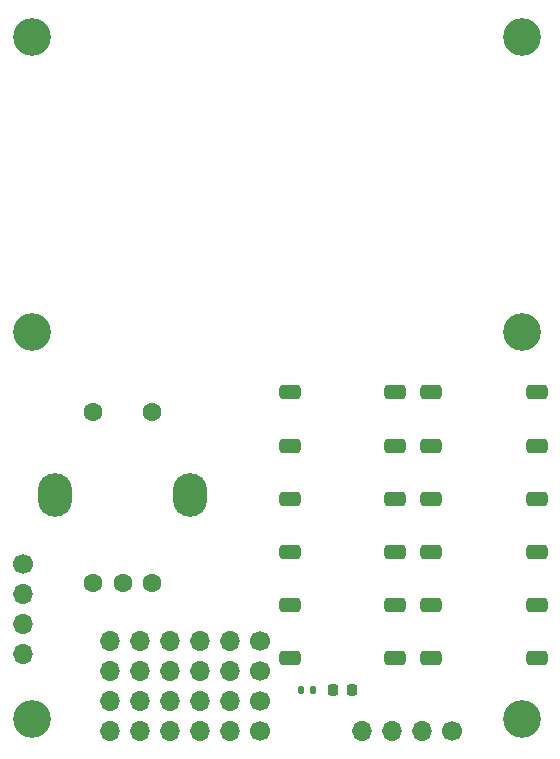
<source format=gbr>
%TF.GenerationSoftware,KiCad,Pcbnew,8.0.1*%
%TF.CreationDate,2024-04-03T11:04:11+02:00*%
%TF.ProjectId,dcload-interface-board,64636c6f-6164-42d6-996e-746572666163,rev?*%
%TF.SameCoordinates,Original*%
%TF.FileFunction,Soldermask,Bot*%
%TF.FilePolarity,Negative*%
%FSLAX46Y46*%
G04 Gerber Fmt 4.6, Leading zero omitted, Abs format (unit mm)*
G04 Created by KiCad (PCBNEW 8.0.1) date 2024-04-03 11:04:11*
%MOMM*%
%LPD*%
G01*
G04 APERTURE LIST*
G04 Aperture macros list*
%AMRoundRect*
0 Rectangle with rounded corners*
0 $1 Rounding radius*
0 $2 $3 $4 $5 $6 $7 $8 $9 X,Y pos of 4 corners*
0 Add a 4 corners polygon primitive as box body*
4,1,4,$2,$3,$4,$5,$6,$7,$8,$9,$2,$3,0*
0 Add four circle primitives for the rounded corners*
1,1,$1+$1,$2,$3*
1,1,$1+$1,$4,$5*
1,1,$1+$1,$6,$7*
1,1,$1+$1,$8,$9*
0 Add four rect primitives between the rounded corners*
20,1,$1+$1,$2,$3,$4,$5,0*
20,1,$1+$1,$4,$5,$6,$7,0*
20,1,$1+$1,$6,$7,$8,$9,0*
20,1,$1+$1,$8,$9,$2,$3,0*%
G04 Aperture macros list end*
%ADD10C,3.200000*%
%ADD11C,1.700000*%
%ADD12O,1.700000X1.700000*%
%ADD13O,2.900000X3.700000*%
%ADD14C,1.600000*%
%ADD15RoundRect,0.300000X-0.600000X0.300000X-0.600000X-0.300000X0.600000X-0.300000X0.600000X0.300000X0*%
%ADD16RoundRect,0.218750X0.218750X0.256250X-0.218750X0.256250X-0.218750X-0.256250X0.218750X-0.256250X0*%
%ADD17RoundRect,0.300000X0.600000X-0.300000X0.600000X0.300000X-0.600000X0.300000X-0.600000X-0.300000X0*%
%ADD18RoundRect,0.135000X-0.135000X-0.185000X0.135000X-0.185000X0.135000X0.185000X-0.135000X0.185000X0*%
G04 APERTURE END LIST*
D10*
%TO.C,H4*%
X103250000Y-78250000D03*
%TD*%
D11*
%TO.C,J100*%
X122500000Y-112000000D03*
D12*
X119960000Y-112000000D03*
X117420000Y-112000000D03*
X114880000Y-112000000D03*
X112340000Y-112000000D03*
X109800000Y-112000000D03*
%TD*%
D10*
%TO.C,H5*%
X144750000Y-78250000D03*
%TD*%
%TO.C,H2*%
X144750000Y-53250000D03*
%TD*%
%TO.C,H1*%
X103250000Y-111000000D03*
%TD*%
D11*
%TO.C,J102*%
X122500000Y-106920000D03*
D12*
X119960000Y-106920000D03*
X117420000Y-106920000D03*
X114880000Y-106920000D03*
X112340000Y-106920000D03*
X109800000Y-106920000D03*
%TD*%
D10*
%TO.C,H6*%
X103250000Y-53250000D03*
%TD*%
D11*
%TO.C,J200*%
X138800000Y-112000000D03*
D12*
X136260000Y-112000000D03*
X133720000Y-112000000D03*
X131180000Y-112000000D03*
%TD*%
D11*
%TO.C,J101*%
X122500000Y-109460000D03*
D12*
X119960000Y-109460000D03*
X117420000Y-109460000D03*
X114880000Y-109460000D03*
X112340000Y-109460000D03*
X109800000Y-109460000D03*
%TD*%
D11*
%TO.C,J103*%
X122500000Y-104380000D03*
D12*
X119960000Y-104380000D03*
X117420000Y-104380000D03*
X114880000Y-104380000D03*
X112340000Y-104380000D03*
X109800000Y-104380000D03*
%TD*%
D11*
%TO.C,J201*%
X102500000Y-97880000D03*
D12*
X102500000Y-100420000D03*
X102500000Y-102960000D03*
X102500000Y-105500000D03*
%TD*%
D10*
%TO.C,H3*%
X144750000Y-111000000D03*
%TD*%
D13*
%TO.C,SW506*%
X105200000Y-92000000D03*
X116600000Y-92000000D03*
D14*
X113400000Y-99500000D03*
X108400000Y-99500000D03*
X110900000Y-99500000D03*
X113400000Y-85000000D03*
X108400000Y-85000000D03*
%TD*%
D15*
%TO.C,SW504*%
X137050000Y-101350000D03*
X137050000Y-105850000D03*
X145950000Y-101350000D03*
X145950000Y-105850000D03*
%TD*%
D16*
%TO.C,D500*%
X130302500Y-108500000D03*
X128727500Y-108500000D03*
%TD*%
D17*
%TO.C,SW500*%
X137050000Y-87850000D03*
X137050000Y-83350000D03*
X145950000Y-87850000D03*
X145950000Y-83350000D03*
%TD*%
%TO.C,SW503*%
X133950000Y-92350000D03*
X125050000Y-96850000D03*
X133950000Y-96850000D03*
X125050000Y-92350000D03*
%TD*%
%TO.C,SW502*%
X137050000Y-92350000D03*
X137050000Y-96850000D03*
X145950000Y-96850000D03*
X145950000Y-92350000D03*
%TD*%
D15*
%TO.C,SW505*%
X125050000Y-101350000D03*
X133950000Y-105850000D03*
X133950000Y-101350000D03*
X125050000Y-105850000D03*
%TD*%
D17*
%TO.C,SW501*%
X125050000Y-87850000D03*
X133950000Y-83350000D03*
X125050000Y-83350000D03*
X133950000Y-87850000D03*
%TD*%
D18*
%TO.C,R505*%
X125990000Y-108500000D03*
X127010000Y-108500000D03*
%TD*%
M02*

</source>
